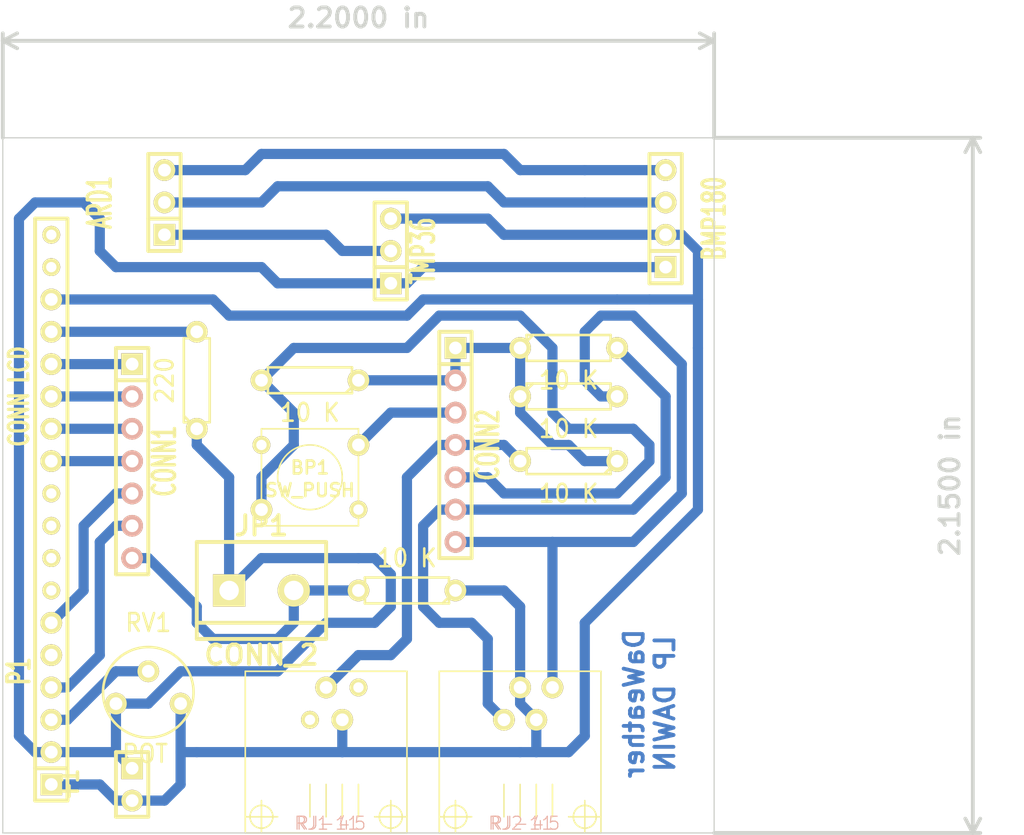
<source format=kicad_pcb>
(kicad_pcb (version 3) (host pcbnew "(2013-07-07 BZR 4022)-stable")

  (general
    (links 43)
    (no_connects 1)
    (area 73.609999 44.140001 157.859999 109.537501)
    (thickness 1.6)
    (drawings 7)
    (tracks 172)
    (zones 0)
    (modules 18)
    (nets 21)
  )

  (page A3)
  (layers
    (15 Dessus.Cu signal)
    (0 Dessous.Cu signal)
    (16 Dessous.Adhes user)
    (17 Dessus.Adhes user)
    (18 Dessous.Pate user)
    (19 Dessus.Pate user)
    (20 Dessous.SilkS user)
    (21 Dessus.SilkS user)
    (22 Dessous.Masque user)
    (23 Dessus.Masque user)
    (24 Dessin.User user)
    (25 Cmts.User user)
    (26 Eco1.User user)
    (27 Eco2.User user)
    (28 Contours.Ci user)
  )

  (setup
    (last_trace_width 0.8)
    (trace_clearance 0.254)
    (zone_clearance 0.508)
    (zone_45_only no)
    (trace_min 0.254)
    (segment_width 0.2)
    (edge_width 0.1)
    (via_size 0.889)
    (via_drill 0.635)
    (via_min_size 0.889)
    (via_min_drill 0.508)
    (uvia_size 0.508)
    (uvia_drill 0.127)
    (uvias_allowed no)
    (uvia_min_size 0.508)
    (uvia_min_drill 0.127)
    (pcb_text_width 0.3)
    (pcb_text_size 1.5 1.5)
    (mod_edge_width 0.15)
    (mod_text_size 1 1)
    (mod_text_width 0.15)
    (pad_size 1.7 1.7)
    (pad_drill 1)
    (pad_to_mask_clearance 0)
    (aux_axis_origin 0 0)
    (visible_elements 7FFFFFFF)
    (pcbplotparams
      (layerselection 3178497)
      (usegerberextensions true)
      (excludeedgelayer true)
      (linewidth 0.150000)
      (plotframeref false)
      (viasonmask false)
      (mode 1)
      (useauxorigin false)
      (hpglpennumber 1)
      (hpglpenspeed 20)
      (hpglpendiameter 15)
      (hpglpenoverlay 2)
      (psnegative false)
      (psa4output false)
      (plotreference true)
      (plotvalue true)
      (plotothertext true)
      (plotinvisibletext false)
      (padsonsilk false)
      (subtractmaskfromsilk false)
      (outputformat 1)
      (mirror false)
      (drillshape 1)
      (scaleselection 1)
      (outputdirectory ""))
  )

  (net 0 "")
  (net 1 N-000001)
  (net 2 N-0000010)
  (net 3 N-0000011)
  (net 4 N-0000012)
  (net 5 N-0000013)
  (net 6 N-0000015)
  (net 7 N-0000016)
  (net 8 N-0000017)
  (net 9 N-0000018)
  (net 10 N-0000019)
  (net 11 N-000002)
  (net 12 N-0000020)
  (net 13 N-0000021)
  (net 14 N-0000022)
  (net 15 N-0000027)
  (net 16 N-000003)
  (net 17 N-000004)
  (net 18 N-000005)
  (net 19 N-000006)
  (net 20 N-000009)

  (net_class Default "Ceci est la Netclass par défaut"
    (clearance 0.254)
    (trace_width 0.8)
    (via_dia 0.889)
    (via_drill 0.635)
    (uvia_dia 0.508)
    (uvia_drill 0.127)
    (add_net "")
    (add_net N-000001)
    (add_net N-0000010)
    (add_net N-0000011)
    (add_net N-0000012)
    (add_net N-0000013)
    (add_net N-0000015)
    (add_net N-0000016)
    (add_net N-0000017)
    (add_net N-0000018)
    (add_net N-0000019)
    (add_net N-000002)
    (add_net N-0000020)
    (add_net N-0000021)
    (add_net N-0000022)
    (add_net N-0000027)
    (add_net N-000003)
    (add_net N-000004)
    (add_net N-000005)
    (add_net N-000006)
    (add_net N-000009)
  )

  (module SW_PUSH_SMALL (layer Dessus.Cu) (tedit 54C9627A) (tstamp 54C90043)
    (at 97.79 81.28)
    (path /54C8C291)
    (fp_text reference BP1 (at 0 -0.762) (layer Dessus.SilkS)
      (effects (font (size 1.016 1.016) (thickness 0.2032)))
    )
    (fp_text value SW_PUSH (at 0 1.016) (layer Dessus.SilkS)
      (effects (font (size 1.016 1.016) (thickness 0.2032)))
    )
    (fp_circle (center 0 0) (end 0 -2.54) (layer Dessus.SilkS) (width 0.127))
    (fp_line (start -3.81 -3.81) (end 3.81 -3.81) (layer Dessus.SilkS) (width 0.127))
    (fp_line (start 3.81 -3.81) (end 3.81 3.81) (layer Dessus.SilkS) (width 0.127))
    (fp_line (start 3.81 3.81) (end -3.81 3.81) (layer Dessus.SilkS) (width 0.127))
    (fp_line (start -3.81 -3.81) (end -3.81 3.81) (layer Dessus.SilkS) (width 0.127))
    (pad 1 thru_hole circle (at 3.81 -2.54) (size 1.7 1.7) (drill 1)
      (layers *.Cu *.Mask Dessus.SilkS)
      (net 18 N-000005)
    )
    (pad 2 thru_hole circle (at 3.81 2.54) (size 1.397 1.397) (drill 0.8128)
      (layers *.Cu *.Mask Dessus.SilkS)
    )
    (pad 1 thru_hole circle (at -3.81 -2.54) (size 1.397 1.397) (drill 0.8128)
      (layers *.Cu *.Mask Dessus.SilkS)
    )
    (pad 2 thru_hole circle (at -3.81 2.54) (size 1.7 1.7) (drill 1)
      (layers *.Cu *.Mask Dessus.SilkS)
      (net 11 N-000002)
    )
  )

  (module SIL-7 (layer Dessus.Cu) (tedit 54C96456) (tstamp 54C90055)
    (at 109.22 78.74 270)
    (descr "Connecteur 7 pins")
    (tags "CONN DEV")
    (path /54C8DBB2)
    (fp_text reference CONN2 (at 0 -2.54 270) (layer Dessus.SilkS)
      (effects (font (size 1.72974 1.08712) (thickness 0.3048)))
    )
    (fp_text value CONN_7 (at 0 2.54 270) (layer Dessus.SilkS) hide
      (effects (font (size 1.524 1.016) (thickness 0.3048)))
    )
    (fp_line (start -8.89 -1.27) (end -8.89 -1.27) (layer Dessus.SilkS) (width 0.3048))
    (fp_line (start -8.89 -1.27) (end 8.89 -1.27) (layer Dessus.SilkS) (width 0.3048))
    (fp_line (start 8.89 -1.27) (end 8.89 1.27) (layer Dessus.SilkS) (width 0.3048))
    (fp_line (start 8.89 1.27) (end -8.89 1.27) (layer Dessus.SilkS) (width 0.3048))
    (fp_line (start -8.89 1.27) (end -8.89 -1.27) (layer Dessus.SilkS) (width 0.3048))
    (fp_line (start -6.35 1.27) (end -6.35 1.27) (layer Dessus.SilkS) (width 0.3048))
    (fp_line (start -6.35 1.27) (end -6.35 -1.27) (layer Dessus.SilkS) (width 0.3048))
    (pad 1 thru_hole rect (at -7.62 0 270) (size 1.7 1.7) (drill 1)
      (layers *.Cu *.Mask Dessus.SilkS)
      (net 10 N-0000019)
    )
    (pad 2 thru_hole circle (at -5.08 0 270) (size 1.7 1.7) (drill 1)
      (layers *.Cu *.SilkS *.Mask)
      (net 10 N-0000019)
    )
    (pad 3 thru_hole circle (at -2.54 0 270) (size 1.7 1.7) (drill 1)
      (layers *.Cu *.SilkS *.Mask)
      (net 18 N-000005)
    )
    (pad 4 thru_hole circle (at 0 0 270) (size 1.7 1.7) (drill 1)
      (layers *.Cu *.SilkS *.Mask)
      (net 17 N-000004)
    )
    (pad 5 thru_hole circle (at 2.54 0 270) (size 1.7 1.7) (drill 1)
      (layers *.Cu *.SilkS *.Mask)
      (net 11 N-000002)
    )
    (pad 6 thru_hole circle (at 5.08 0 270) (size 1.7 1.7) (drill 1)
      (layers *.Cu *.SilkS *.Mask)
      (net 1 N-000001)
    )
    (pad 7 thru_hole circle (at 7.62 0 270) (size 1.7 1.7) (drill 1)
      (layers *.Cu *.SilkS *.Mask)
      (net 16 N-000003)
    )
  )

  (module SIL-7 (layer Dessus.Cu) (tedit 54C962FA) (tstamp 54C90067)
    (at 83.82 80.01 270)
    (descr "Connecteur 7 pins")
    (tags "CONN DEV")
    (path /54C8D248)
    (fp_text reference CONN1 (at 0 -2.54 270) (layer Dessus.SilkS)
      (effects (font (size 1.72974 1.08712) (thickness 0.3048)))
    )
    (fp_text value CONN_7 (at 0 -2.54 270) (layer Dessus.SilkS) hide
      (effects (font (size 1.524 1.016) (thickness 0.3048)))
    )
    (fp_line (start -8.89 -1.27) (end -8.89 -1.27) (layer Dessus.SilkS) (width 0.3048))
    (fp_line (start -8.89 -1.27) (end 8.89 -1.27) (layer Dessus.SilkS) (width 0.3048))
    (fp_line (start 8.89 -1.27) (end 8.89 1.27) (layer Dessus.SilkS) (width 0.3048))
    (fp_line (start 8.89 1.27) (end -8.89 1.27) (layer Dessus.SilkS) (width 0.3048))
    (fp_line (start -8.89 1.27) (end -8.89 -1.27) (layer Dessus.SilkS) (width 0.3048))
    (fp_line (start -6.35 1.27) (end -6.35 1.27) (layer Dessus.SilkS) (width 0.3048))
    (fp_line (start -6.35 1.27) (end -6.35 -1.27) (layer Dessus.SilkS) (width 0.3048))
    (pad 1 thru_hole rect (at -7.62 0 270) (size 1.7 1.7) (drill 1)
      (layers *.Cu *.Mask Dessus.SilkS)
      (net 7 N-0000016)
    )
    (pad 2 thru_hole circle (at -5.08 0 270) (size 1.7 1.7) (drill 1)
      (layers *.Cu *.SilkS *.Mask)
      (net 8 N-0000017)
    )
    (pad 3 thru_hole circle (at -2.54 0 270) (size 1.7 1.7) (drill 1)
      (layers *.Cu *.SilkS *.Mask)
      (net 15 N-0000027)
    )
    (pad 4 thru_hole circle (at 0 0 270) (size 1.7 1.7) (drill 1)
      (layers *.Cu *.SilkS *.Mask)
      (net 9 N-0000018)
    )
    (pad 5 thru_hole circle (at 2.54 0 270) (size 1.7 1.7) (drill 1)
      (layers *.Cu *.SilkS *.Mask)
      (net 14 N-0000022)
    )
    (pad 6 thru_hole circle (at 5.08 0 270) (size 1.7 1.7) (drill 1)
      (layers *.Cu *.SilkS *.Mask)
      (net 4 N-0000012)
    )
    (pad 7 thru_hole circle (at 7.62 0 270) (size 1.7 1.7) (drill 1)
      (layers *.Cu *.SilkS *.Mask)
      (net 6 N-0000015)
    )
  )

  (module SIL-4 (layer Dessus.Cu) (tedit 54C961F0) (tstamp 54C90076)
    (at 125.73 60.96 90)
    (descr "Connecteur 4 pibs")
    (tags "CONN DEV")
    (path /54C8F200)
    (fp_text reference BMP180 (at 0 3.81 90) (layer Dessus.SilkS)
      (effects (font (size 1.73482 1.08712) (thickness 0.3048)))
    )
    (fp_text value CONN_4 (at 0 -2.54 90) (layer Dessus.SilkS) hide
      (effects (font (size 1.524 1.016) (thickness 0.3048)))
    )
    (fp_line (start -5.08 -1.27) (end -5.08 -1.27) (layer Dessus.SilkS) (width 0.3048))
    (fp_line (start -5.08 1.27) (end -5.08 -1.27) (layer Dessus.SilkS) (width 0.3048))
    (fp_line (start -5.08 -1.27) (end -5.08 -1.27) (layer Dessus.SilkS) (width 0.3048))
    (fp_line (start -5.08 -1.27) (end 5.08 -1.27) (layer Dessus.SilkS) (width 0.3048))
    (fp_line (start 5.08 -1.27) (end 5.08 1.27) (layer Dessus.SilkS) (width 0.3048))
    (fp_line (start 5.08 1.27) (end -5.08 1.27) (layer Dessus.SilkS) (width 0.3048))
    (fp_line (start -2.54 1.27) (end -2.54 -1.27) (layer Dessus.SilkS) (width 0.3048))
    (pad 1 thru_hole rect (at -3.81 0 90) (size 1.7 1.7) (drill 1)
      (layers *.Cu *.Mask Dessus.SilkS)
      (net 19 N-000006)
    )
    (pad 2 thru_hole circle (at -1.27 0 90) (size 1.7 1.7) (drill 1)
      (layers *.Cu *.Mask Dessus.SilkS)
      (net 13 N-0000021)
    )
    (pad 3 thru_hole circle (at 1.27 0 90) (size 1.7 1.7) (drill 1)
      (layers *.Cu *.Mask Dessus.SilkS)
      (net 2 N-0000010)
    )
    (pad 4 thru_hole circle (at 3.81 0 90) (size 1.7 1.7) (drill 1)
      (layers *.Cu *.Mask Dessus.SilkS)
      (net 3 N-0000011)
    )
  )

  (module SIL-3 (layer Dessus.Cu) (tedit 54C96230) (tstamp 54C90082)
    (at 86.36 59.69 90)
    (descr "Connecteur 3 pins")
    (tags "CONN DEV")
    (path /54C8EE3C)
    (fp_text reference ARD1 (at 0 -5.08 90) (layer Dessus.SilkS)
      (effects (font (size 1.7907 1.07696) (thickness 0.3048)))
    )
    (fp_text value CONN_3 (at 0 -2.54 90) (layer Dessus.SilkS) hide
      (effects (font (size 1.524 1.016) (thickness 0.3048)))
    )
    (fp_line (start -3.81 1.27) (end -3.81 -1.27) (layer Dessus.SilkS) (width 0.3048))
    (fp_line (start -3.81 -1.27) (end 3.81 -1.27) (layer Dessus.SilkS) (width 0.3048))
    (fp_line (start 3.81 -1.27) (end 3.81 1.27) (layer Dessus.SilkS) (width 0.3048))
    (fp_line (start 3.81 1.27) (end -3.81 1.27) (layer Dessus.SilkS) (width 0.3048))
    (fp_line (start -1.27 -1.27) (end -1.27 1.27) (layer Dessus.SilkS) (width 0.3048))
    (pad 1 thru_hole rect (at -2.54 0 90) (size 1.7 1.7) (drill 1)
      (layers *.Cu *.Mask Dessus.SilkS)
      (net 20 N-000009)
    )
    (pad 2 thru_hole circle (at 0 0 90) (size 1.7 1.7) (drill 1)
      (layers *.Cu *.Mask Dessus.SilkS)
      (net 2 N-0000010)
    )
    (pad 3 thru_hole circle (at 2.54 0 90) (size 1.7 1.7) (drill 1)
      (layers *.Cu *.Mask Dessus.SilkS)
      (net 3 N-0000011)
    )
  )

  (module SIL-3 (layer Dessus.Cu) (tedit 54C96211) (tstamp 54C94F19)
    (at 104.14 63.5 90)
    (descr "Connecteur 3 pins")
    (tags "CONN DEV")
    (path /54C8ECC3)
    (fp_text reference TMP36 (at 0 2.54 90) (layer Dessus.SilkS)
      (effects (font (size 1.7907 1.07696) (thickness 0.3048)))
    )
    (fp_text value CONN_3 (at 0 -2.54 90) (layer Dessus.SilkS) hide
      (effects (font (size 1.524 1.016) (thickness 0.3048)))
    )
    (fp_line (start -3.81 1.27) (end -3.81 -1.27) (layer Dessus.SilkS) (width 0.3048))
    (fp_line (start -3.81 -1.27) (end 3.81 -1.27) (layer Dessus.SilkS) (width 0.3048))
    (fp_line (start 3.81 -1.27) (end 3.81 1.27) (layer Dessus.SilkS) (width 0.3048))
    (fp_line (start 3.81 1.27) (end -3.81 1.27) (layer Dessus.SilkS) (width 0.3048))
    (fp_line (start -1.27 -1.27) (end -1.27 1.27) (layer Dessus.SilkS) (width 0.3048))
    (pad 1 thru_hole rect (at -2.54 0 90) (size 1.7 1.7) (drill 1)
      (layers *.Cu *.Mask Dessus.SilkS)
      (net 19 N-000006)
    )
    (pad 2 thru_hole circle (at 0 0 90) (size 1.7 1.7) (drill 1)
      (layers *.Cu *.Mask Dessus.SilkS)
      (net 20 N-000009)
    )
    (pad 3 thru_hole circle (at 2.54 0 90) (size 1.7 1.7) (drill 1)
      (layers *.Cu *.Mask Dessus.SilkS)
      (net 13 N-0000021)
    )
  )

  (module SIL-2 (layer Dessus.Cu) (tedit 54C963B1) (tstamp 54C90098)
    (at 83.82 105.41 270)
    (descr "Connecteurs 2 pins")
    (tags "CONN DEV")
    (path /54C8D258)
    (fp_text reference +1 (at 0 5.08 270) (layer Dessus.SilkS)
      (effects (font (size 1.72974 1.08712) (thickness 0.3048)))
    )
    (fp_text value CONN_2 (at 0 -2.54 270) (layer Dessus.SilkS) hide
      (effects (font (size 1.524 1.016) (thickness 0.3048)))
    )
    (fp_line (start -2.54 1.27) (end -2.54 -1.27) (layer Dessus.SilkS) (width 0.3048))
    (fp_line (start -2.54 -1.27) (end 2.54 -1.27) (layer Dessus.SilkS) (width 0.3048))
    (fp_line (start 2.54 -1.27) (end 2.54 1.27) (layer Dessus.SilkS) (width 0.3048))
    (fp_line (start 2.54 1.27) (end -2.54 1.27) (layer Dessus.SilkS) (width 0.3048))
    (pad 1 thru_hole rect (at -1.27 0 270) (size 1.7 1.7) (drill 1)
      (layers *.Cu *.Mask Dessus.SilkS)
      (net 19 N-000006)
    )
    (pad 2 thru_hole circle (at 1.27 0 270) (size 1.7 1.7) (drill 1)
      (layers *.Cu *.Mask Dessus.SilkS)
      (net 13 N-0000021)
    )
  )

  (module SIL-18 (layer Dessus.Cu) (tedit 54C96333) (tstamp 54C94F35)
    (at 77.47 83.82 90)
    (descr "Connecteur 18 pins")
    (tags "CONN DEV")
    (path /54C8CFEE)
    (fp_text reference P1 (at -12.7 -2.54 90) (layer Dessus.SilkS)
      (effects (font (size 1.72974 1.08712) (thickness 0.3048)))
    )
    (fp_text value "CONN LCD" (at 8.89 -2.54 90) (layer Dessus.SilkS)
      (effects (font (size 1.524 1.016) (thickness 0.3048)))
    )
    (fp_line (start -22.86 -1.27) (end 22.86 -1.27) (layer Dessus.SilkS) (width 0.3048))
    (fp_line (start 22.86 -1.27) (end 22.86 1.27) (layer Dessus.SilkS) (width 0.3048))
    (fp_line (start 22.86 1.27) (end -22.86 1.27) (layer Dessus.SilkS) (width 0.3048))
    (fp_line (start -22.86 1.27) (end -22.86 -1.27) (layer Dessus.SilkS) (width 0.3048))
    (fp_line (start -20.32 -1.27) (end -20.32 1.27) (layer Dessus.SilkS) (width 0.3048))
    (pad 1 thru_hole rect (at -21.59 0 90) (size 1.7 1.7) (drill 1)
      (layers *.Cu *.Mask Dessus.SilkS)
      (net 13 N-0000021)
    )
    (pad 2 thru_hole circle (at -19.05 0 90) (size 1.7 1.7) (drill 1)
      (layers *.Cu *.Mask Dessus.SilkS)
      (net 19 N-000006)
    )
    (pad 3 thru_hole circle (at -16.51 0 90) (size 1.7 1.7) (drill 1)
      (layers *.Cu *.Mask Dessus.SilkS)
      (net 12 N-0000020)
    )
    (pad 4 thru_hole circle (at -13.97 0 90) (size 1.7 1.7) (drill 1)
      (layers *.Cu *.Mask Dessus.SilkS)
      (net 4 N-0000012)
    )
    (pad 5 thru_hole circle (at -11.43 0 90) (size 1.7 1.7) (drill 1)
      (layers *.Cu *.Mask Dessus.SilkS)
      (net 13 N-0000021)
    )
    (pad 6 thru_hole circle (at -8.89 0 90) (size 1.7 1.7) (drill 1)
      (layers *.Cu *.Mask Dessus.SilkS)
      (net 14 N-0000022)
    )
    (pad 7 thru_hole circle (at -6.35 0 90) (size 1.397 1.397) (drill 0.8128)
      (layers *.Cu *.Mask Dessus.SilkS)
    )
    (pad 8 thru_hole circle (at -3.81 0 90) (size 1.397 1.397) (drill 0.8128)
      (layers *.Cu *.Mask Dessus.SilkS)
    )
    (pad 9 thru_hole circle (at -1.27 0 90) (size 1.397 1.397) (drill 0.8128)
      (layers *.Cu *.Mask Dessus.SilkS)
    )
    (pad 10 thru_hole circle (at 1.27 0 90) (size 1.397 1.397) (drill 0.8128)
      (layers *.Cu *.Mask Dessus.SilkS)
    )
    (pad 11 thru_hole circle (at 3.81 0 90) (size 1.7 1.7) (drill 1)
      (layers *.Cu *.Mask Dessus.SilkS)
      (net 9 N-0000018)
    )
    (pad 12 thru_hole circle (at 6.35 0 90) (size 1.7 1.7) (drill 1)
      (layers *.Cu *.Mask Dessus.SilkS)
      (net 15 N-0000027)
    )
    (pad 13 thru_hole circle (at 8.89 0 90) (size 1.7 1.7) (drill 1)
      (layers *.Cu *.Mask Dessus.SilkS)
      (net 8 N-0000017)
    )
    (pad 14 thru_hole circle (at 11.43 0 90) (size 1.7 1.7) (drill 1)
      (layers *.Cu *.Mask Dessus.SilkS)
      (net 7 N-0000016)
    )
    (pad 15 thru_hole circle (at 13.97 0 90) (size 1.7 1.7) (drill 1)
      (layers *.Cu *.Mask Dessus.SilkS)
      (net 5 N-0000013)
    )
    (pad 16 thru_hole circle (at 16.51 0 90) (size 1.7 1.7) (drill 1)
      (layers *.Cu *.Mask Dessus.SilkS)
      (net 13 N-0000021)
    )
    (pad 17 thru_hole circle (at 19.05 0 90) (size 1.397 1.397) (drill 0.8128)
      (layers *.Cu *.Mask Dessus.SilkS)
    )
    (pad 18 thru_hole circle (at 21.59 0 90) (size 1.397 1.397) (drill 0.8128)
      (layers *.Cu *.Mask Dessus.SilkS)
    )
  )

  (module scenix4-RJ-11 (layer Dessus.Cu) (tedit 54C963C7) (tstamp 54C900CB)
    (at 99.06 101.6 180)
    (path /54C8FB85)
    (attr virtual)
    (fp_text reference RJ1 (at 1.143 -6.858 180) (layer Dessous.SilkS)
      (effects (font (size 1.016 1.016) (thickness 0.0889)))
    )
    (fp_text value RJ-11 (at -0.127 -6.858 180) (layer Dessous.SilkS)
      (effects (font (size 1.016 1.016) (thickness 0.0889)))
    )
    (fp_line (start -2.54 -6.35) (end -2.54 -3.81) (layer Dessus.SilkS) (width 0.127))
    (fp_line (start -1.27 -6.35) (end -1.27 -3.81) (layer Dessus.SilkS) (width 0.127))
    (fp_line (start 0 -6.35) (end 0 -3.81) (layer Dessus.SilkS) (width 0.127))
    (fp_line (start 1.27 -6.35) (end 1.27 -3.81) (layer Dessus.SilkS) (width 0.127))
    (fp_line (start -6.35 -7.62) (end 6.35 -7.62) (layer Dessus.SilkS) (width 0.127))
    (fp_line (start 6.35 -7.62) (end 6.35 5.08) (layer Dessus.SilkS) (width 0.127))
    (fp_line (start 6.35 5.08) (end -6.35 5.08) (layer Dessus.SilkS) (width 0.127))
    (fp_line (start -6.35 5.08) (end -6.35 -7.62) (layer Dessus.SilkS) (width 0.127))
    (fp_circle (center -5.08 -6.35) (end -5.715 -6.985) (layer Dessus.SilkS) (width 0.127))
    (fp_line (start -6.35 -6.35) (end -3.81 -6.35) (layer Dessus.SilkS) (width 0.127))
    (fp_line (start -5.08 -5.08) (end -5.08 -7.62) (layer Dessus.SilkS) (width 0.127))
    (fp_circle (center 5.08 -6.35) (end 5.715 -6.985) (layer Dessus.SilkS) (width 0.127))
    (fp_line (start 3.81 -6.35) (end 6.35 -6.35) (layer Dessus.SilkS) (width 0.127))
    (fp_line (start 5.08 -5.08) (end 5.08 -7.62) (layer Dessus.SilkS) (width 0.127))
    (fp_text user 4 (at -1.397 -6.858 180) (layer Dessous.SilkS)
      (effects (font (size 1.016 1.016) (thickness 0.0889)))
    )
    (fp_text user 5 (at -2.667 -6.858 180) (layer Dessous.SilkS)
      (effects (font (size 1.016 1.016) (thickness 0.0889)))
    )
    (pad 2 thru_hole circle (at 1.27 1.27 180) (size 1.397 1.397) (drill 0.8128)
      (layers *.Cu Dessus.Pate Dessus.SilkS Dessus.Masque)
    )
    (pad 3 thru_hole circle (at 0 3.81 180) (size 1.7 1.7) (drill 1)
      (layers *.Cu Dessus.Pate Dessus.SilkS Dessus.Masque)
      (net 17 N-000004)
    )
    (pad 4 thru_hole circle (at -1.27 1.27 180) (size 1.7 1.7) (drill 1)
      (layers *.Cu Dessus.Pate Dessus.SilkS Dessus.Masque)
      (net 13 N-0000021)
    )
    (pad 5 thru_hole circle (at -2.54 3.81 180) (size 1.397 1.397) (drill 0.8128)
      (layers *.Cu Dessus.Pate Dessus.SilkS Dessus.Masque)
    )
  )

  (module scenix4-RJ-11 (layer Dessus.Cu) (tedit 54C96401) (tstamp 54C900E3)
    (at 114.3 101.6 180)
    (path /54C8C2DD)
    (attr virtual)
    (fp_text reference RJ2 (at 1.143 -6.858 180) (layer Dessous.SilkS)
      (effects (font (size 1.016 1.016) (thickness 0.0889)))
    )
    (fp_text value RJ-11 (at -0.127 -6.858 180) (layer Dessous.SilkS)
      (effects (font (size 1.016 1.016) (thickness 0.0889)))
    )
    (fp_line (start -2.54 -6.35) (end -2.54 -3.81) (layer Dessus.SilkS) (width 0.127))
    (fp_line (start -1.27 -6.35) (end -1.27 -3.81) (layer Dessus.SilkS) (width 0.127))
    (fp_line (start 0 -6.35) (end 0 -3.81) (layer Dessus.SilkS) (width 0.127))
    (fp_line (start 1.27 -6.35) (end 1.27 -3.81) (layer Dessus.SilkS) (width 0.127))
    (fp_line (start -6.35 -7.62) (end 6.35 -7.62) (layer Dessus.SilkS) (width 0.127))
    (fp_line (start 6.35 -7.62) (end 6.35 5.08) (layer Dessus.SilkS) (width 0.127))
    (fp_line (start 6.35 5.08) (end -6.35 5.08) (layer Dessus.SilkS) (width 0.127))
    (fp_line (start -6.35 5.08) (end -6.35 -7.62) (layer Dessus.SilkS) (width 0.127))
    (fp_circle (center -5.08 -6.35) (end -5.715 -6.985) (layer Dessus.SilkS) (width 0.127))
    (fp_line (start -6.35 -6.35) (end -3.81 -6.35) (layer Dessus.SilkS) (width 0.127))
    (fp_line (start -5.08 -5.08) (end -5.08 -7.62) (layer Dessus.SilkS) (width 0.127))
    (fp_circle (center 5.08 -6.35) (end 5.715 -6.985) (layer Dessus.SilkS) (width 0.127))
    (fp_line (start 3.81 -6.35) (end 6.35 -6.35) (layer Dessus.SilkS) (width 0.127))
    (fp_line (start 5.08 -5.08) (end 5.08 -7.62) (layer Dessus.SilkS) (width 0.127))
    (fp_text user 4 (at -1.397 -6.858 180) (layer Dessous.SilkS)
      (effects (font (size 1.016 1.016) (thickness 0.0889)))
    )
    (fp_text user 5 (at -2.667 -6.858 180) (layer Dessous.SilkS)
      (effects (font (size 1.016 1.016) (thickness 0.0889)))
    )
    (pad 2 thru_hole circle (at 1.27 1.27 180) (size 1.7 1.7) (drill 1)
      (layers *.Cu Dessus.Pate Dessus.SilkS Dessus.Masque)
      (net 1 N-000001)
    )
    (pad 3 thru_hole circle (at 0 3.81 180) (size 1.7 1.7) (drill 1)
      (layers *.Cu Dessus.Pate Dessus.SilkS Dessus.Masque)
      (net 13 N-0000021)
    )
    (pad 4 thru_hole circle (at -1.27 1.27 180) (size 1.7 1.7) (drill 1)
      (layers *.Cu Dessus.Pate Dessus.SilkS Dessus.Masque)
      (net 13 N-0000021)
    )
    (pad 5 thru_hole circle (at -2.54 3.81 180) (size 1.7 1.7) (drill 1)
      (layers *.Cu Dessus.Pate Dessus.SilkS Dessus.Masque)
      (net 16 N-000003)
    )
  )

  (module RV2 (layer Dessus.Cu) (tedit 54C96351) (tstamp 54C900EB)
    (at 85.09 97.79)
    (descr "Resistance variable / potentiometre")
    (tags R)
    (path /54C8F4AF)
    (autoplace_cost90 10)
    (autoplace_cost180 10)
    (fp_text reference RV1 (at 0 -5.08) (layer Dessus.SilkS)
      (effects (font (size 1.397 1.27) (thickness 0.2032)))
    )
    (fp_text value POT (at -0.254 5.207) (layer Dessus.SilkS)
      (effects (font (size 1.397 1.27) (thickness 0.2032)))
    )
    (fp_circle (center 0 0.381) (end 0 -3.175) (layer Dessus.SilkS) (width 0.2032))
    (pad 1 thru_hole circle (at -2.54 1.27) (size 1.7 1.7) (drill 1)
      (layers *.Cu *.Mask Dessus.SilkS)
      (net 19 N-000006)
    )
    (pad 2 thru_hole circle (at 0 -1.27) (size 1.7 1.7) (drill 1)
      (layers *.Cu *.Mask Dessus.SilkS)
      (net 12 N-0000020)
    )
    (pad 3 thru_hole circle (at 2.54 1.27) (size 1.7 1.7) (drill 1)
      (layers *.Cu *.Mask Dessus.SilkS)
      (net 13 N-0000021)
    )
    (model discret/adjustable_rx2.wrl
      (at (xyz 0 0 0))
      (scale (xyz 1 1 1))
      (rotate (xyz 0 0 0))
    )
  )

  (module R3 (layer Dessus.Cu) (tedit 54C96248) (tstamp 54C900F9)
    (at 88.9 73.66 90)
    (descr "Resitance 3 pas")
    (tags R)
    (path /54C8D0E6)
    (autoplace_cost180 10)
    (fp_text reference R6 (at 0 0.127 90) (layer Dessus.SilkS) hide
      (effects (font (size 1.397 1.27) (thickness 0.2032)))
    )
    (fp_text value 220 (at 0 -2.54 90) (layer Dessus.SilkS)
      (effects (font (size 1.397 1.27) (thickness 0.2032)))
    )
    (fp_line (start -3.81 0) (end -3.302 0) (layer Dessus.SilkS) (width 0.2032))
    (fp_line (start 3.81 0) (end 3.302 0) (layer Dessus.SilkS) (width 0.2032))
    (fp_line (start 3.302 0) (end 3.302 -1.016) (layer Dessus.SilkS) (width 0.2032))
    (fp_line (start 3.302 -1.016) (end -3.302 -1.016) (layer Dessus.SilkS) (width 0.2032))
    (fp_line (start -3.302 -1.016) (end -3.302 1.016) (layer Dessus.SilkS) (width 0.2032))
    (fp_line (start -3.302 1.016) (end 3.302 1.016) (layer Dessus.SilkS) (width 0.2032))
    (fp_line (start 3.302 1.016) (end 3.302 0) (layer Dessus.SilkS) (width 0.2032))
    (fp_line (start -3.302 -0.508) (end -2.794 -1.016) (layer Dessus.SilkS) (width 0.2032))
    (pad 1 thru_hole circle (at -3.81 0 90) (size 1.7 1.7) (drill 1)
      (layers *.Cu *.Mask Dessus.SilkS)
      (net 19 N-000006)
    )
    (pad 2 thru_hole circle (at 3.81 0 90) (size 1.7 1.7) (drill 1)
      (layers *.Cu *.Mask Dessus.SilkS)
      (net 5 N-0000013)
    )
    (model discret/resistor.wrl
      (at (xyz 0 0 0))
      (scale (xyz 0.3 0.3 0.3))
      (rotate (xyz 0 0 0))
    )
  )

  (module R3 (layer Dessus.Cu) (tedit 54C963D6) (tstamp 54C90107)
    (at 105.41 90.17 180)
    (descr "Resitance 3 pas")
    (tags R)
    (path /54C8D08F)
    (autoplace_cost180 10)
    (fp_text reference R5 (at 0 0.127 180) (layer Dessus.SilkS) hide
      (effects (font (size 1.397 1.27) (thickness 0.2032)))
    )
    (fp_text value "10 K" (at 0 2.54 180) (layer Dessus.SilkS)
      (effects (font (size 1.397 1.27) (thickness 0.2032)))
    )
    (fp_line (start -3.81 0) (end -3.302 0) (layer Dessus.SilkS) (width 0.2032))
    (fp_line (start 3.81 0) (end 3.302 0) (layer Dessus.SilkS) (width 0.2032))
    (fp_line (start 3.302 0) (end 3.302 -1.016) (layer Dessus.SilkS) (width 0.2032))
    (fp_line (start 3.302 -1.016) (end -3.302 -1.016) (layer Dessus.SilkS) (width 0.2032))
    (fp_line (start -3.302 -1.016) (end -3.302 1.016) (layer Dessus.SilkS) (width 0.2032))
    (fp_line (start -3.302 1.016) (end 3.302 1.016) (layer Dessus.SilkS) (width 0.2032))
    (fp_line (start 3.302 1.016) (end 3.302 0) (layer Dessus.SilkS) (width 0.2032))
    (fp_line (start -3.302 -0.508) (end -2.794 -1.016) (layer Dessus.SilkS) (width 0.2032))
    (pad 1 thru_hole circle (at -3.81 0 180) (size 1.7 1.7) (drill 1)
      (layers *.Cu *.Mask Dessus.SilkS)
      (net 13 N-0000021)
    )
    (pad 2 thru_hole circle (at 3.81 0 180) (size 1.7 1.7) (drill 1)
      (layers *.Cu *.Mask Dessus.SilkS)
      (net 6 N-0000015)
    )
    (model discret/resistor.wrl
      (at (xyz 0 0 0))
      (scale (xyz 0.3 0.3 0.3))
      (rotate (xyz 0 0 0))
    )
  )

  (module R3 (layer Dessus.Cu) (tedit 54C9648A) (tstamp 54C90115)
    (at 118.11 74.93)
    (descr "Resitance 3 pas")
    (tags R)
    (path /54C8B44B)
    (autoplace_cost180 10)
    (fp_text reference R4 (at 0 0.127) (layer Dessus.SilkS) hide
      (effects (font (size 1.397 1.27) (thickness 0.2032)))
    )
    (fp_text value "10 K" (at 0 2.54) (layer Dessus.SilkS)
      (effects (font (size 1.397 1.27) (thickness 0.2032)))
    )
    (fp_line (start -3.81 0) (end -3.302 0) (layer Dessus.SilkS) (width 0.2032))
    (fp_line (start 3.81 0) (end 3.302 0) (layer Dessus.SilkS) (width 0.2032))
    (fp_line (start 3.302 0) (end 3.302 -1.016) (layer Dessus.SilkS) (width 0.2032))
    (fp_line (start 3.302 -1.016) (end -3.302 -1.016) (layer Dessus.SilkS) (width 0.2032))
    (fp_line (start -3.302 -1.016) (end -3.302 1.016) (layer Dessus.SilkS) (width 0.2032))
    (fp_line (start -3.302 1.016) (end 3.302 1.016) (layer Dessus.SilkS) (width 0.2032))
    (fp_line (start 3.302 1.016) (end 3.302 0) (layer Dessus.SilkS) (width 0.2032))
    (fp_line (start -3.302 -0.508) (end -2.794 -1.016) (layer Dessus.SilkS) (width 0.2032))
    (pad 1 thru_hole circle (at -3.81 0) (size 1.7 1.7) (drill 1)
      (layers *.Cu *.Mask Dessus.SilkS)
      (net 10 N-0000019)
    )
    (pad 2 thru_hole circle (at 3.81 0) (size 1.7 1.7) (drill 1)
      (layers *.Cu *.Mask Dessus.SilkS)
      (net 16 N-000003)
    )
    (model discret/resistor.wrl
      (at (xyz 0 0 0))
      (scale (xyz 0.3 0.3 0.3))
      (rotate (xyz 0 0 0))
    )
  )

  (module R3 (layer Dessus.Cu) (tedit 54C96482) (tstamp 54C90123)
    (at 118.11 71.12)
    (descr "Resitance 3 pas")
    (tags R)
    (path /54C8B43C)
    (autoplace_cost180 10)
    (fp_text reference R3 (at 0 0.127) (layer Dessus.SilkS) hide
      (effects (font (size 1.397 1.27) (thickness 0.2032)))
    )
    (fp_text value "10 K" (at 0 2.54) (layer Dessus.SilkS)
      (effects (font (size 1.397 1.27) (thickness 0.2032)))
    )
    (fp_line (start -3.81 0) (end -3.302 0) (layer Dessus.SilkS) (width 0.2032))
    (fp_line (start 3.81 0) (end 3.302 0) (layer Dessus.SilkS) (width 0.2032))
    (fp_line (start 3.302 0) (end 3.302 -1.016) (layer Dessus.SilkS) (width 0.2032))
    (fp_line (start 3.302 -1.016) (end -3.302 -1.016) (layer Dessus.SilkS) (width 0.2032))
    (fp_line (start -3.302 -1.016) (end -3.302 1.016) (layer Dessus.SilkS) (width 0.2032))
    (fp_line (start -3.302 1.016) (end 3.302 1.016) (layer Dessus.SilkS) (width 0.2032))
    (fp_line (start 3.302 1.016) (end 3.302 0) (layer Dessus.SilkS) (width 0.2032))
    (fp_line (start -3.302 -0.508) (end -2.794 -1.016) (layer Dessus.SilkS) (width 0.2032))
    (pad 1 thru_hole circle (at -3.81 0) (size 1.7 1.7) (drill 1)
      (layers *.Cu *.Mask Dessus.SilkS)
      (net 10 N-0000019)
    )
    (pad 2 thru_hole circle (at 3.81 0) (size 1.7 1.7) (drill 1)
      (layers *.Cu *.Mask Dessus.SilkS)
      (net 1 N-000001)
    )
    (model discret/resistor.wrl
      (at (xyz 0 0 0))
      (scale (xyz 0.3 0.3 0.3))
      (rotate (xyz 0 0 0))
    )
  )

  (module R3 (layer Dessus.Cu) (tedit 54C96463) (tstamp 54C90131)
    (at 118.11 80.01 180)
    (descr "Resitance 3 pas")
    (tags R)
    (path /54C8B42D)
    (autoplace_cost180 10)
    (fp_text reference R2 (at 0 0.127 180) (layer Dessus.SilkS) hide
      (effects (font (size 1.397 1.27) (thickness 0.2032)))
    )
    (fp_text value "10 K" (at 0 -2.54 180) (layer Dessus.SilkS)
      (effects (font (size 1.397 1.27) (thickness 0.2032)))
    )
    (fp_line (start -3.81 0) (end -3.302 0) (layer Dessus.SilkS) (width 0.2032))
    (fp_line (start 3.81 0) (end 3.302 0) (layer Dessus.SilkS) (width 0.2032))
    (fp_line (start 3.302 0) (end 3.302 -1.016) (layer Dessus.SilkS) (width 0.2032))
    (fp_line (start 3.302 -1.016) (end -3.302 -1.016) (layer Dessus.SilkS) (width 0.2032))
    (fp_line (start -3.302 -1.016) (end -3.302 1.016) (layer Dessus.SilkS) (width 0.2032))
    (fp_line (start -3.302 1.016) (end 3.302 1.016) (layer Dessus.SilkS) (width 0.2032))
    (fp_line (start 3.302 1.016) (end 3.302 0) (layer Dessus.SilkS) (width 0.2032))
    (fp_line (start -3.302 -0.508) (end -2.794 -1.016) (layer Dessus.SilkS) (width 0.2032))
    (pad 1 thru_hole circle (at -3.81 0 180) (size 1.7 1.7) (drill 1)
      (layers *.Cu *.Mask Dessus.SilkS)
      (net 10 N-0000019)
    )
    (pad 2 thru_hole circle (at 3.81 0 180) (size 1.7 1.7) (drill 1)
      (layers *.Cu *.Mask Dessus.SilkS)
      (net 17 N-000004)
    )
    (model discret/resistor.wrl
      (at (xyz 0 0 0))
      (scale (xyz 0.3 0.3 0.3))
      (rotate (xyz 0 0 0))
    )
  )

  (module R3 (layer Dessus.Cu) (tedit 54C9625C) (tstamp 54C9013F)
    (at 97.79 73.66 180)
    (descr "Resitance 3 pas")
    (tags R)
    (path /54C8B41E)
    (autoplace_cost180 10)
    (fp_text reference R1 (at 0 0.127 180) (layer Dessus.SilkS) hide
      (effects (font (size 1.397 1.27) (thickness 0.2032)))
    )
    (fp_text value "10 K" (at 0 -2.54 180) (layer Dessus.SilkS)
      (effects (font (size 1.397 1.27) (thickness 0.2032)))
    )
    (fp_line (start -3.81 0) (end -3.302 0) (layer Dessus.SilkS) (width 0.2032))
    (fp_line (start 3.81 0) (end 3.302 0) (layer Dessus.SilkS) (width 0.2032))
    (fp_line (start 3.302 0) (end 3.302 -1.016) (layer Dessus.SilkS) (width 0.2032))
    (fp_line (start 3.302 -1.016) (end -3.302 -1.016) (layer Dessus.SilkS) (width 0.2032))
    (fp_line (start -3.302 -1.016) (end -3.302 1.016) (layer Dessus.SilkS) (width 0.2032))
    (fp_line (start -3.302 1.016) (end 3.302 1.016) (layer Dessus.SilkS) (width 0.2032))
    (fp_line (start 3.302 1.016) (end 3.302 0) (layer Dessus.SilkS) (width 0.2032))
    (fp_line (start -3.302 -0.508) (end -2.794 -1.016) (layer Dessus.SilkS) (width 0.2032))
    (pad 1 thru_hole circle (at -3.81 0 180) (size 1.7 1.7) (drill 1)
      (layers *.Cu *.Mask Dessus.SilkS)
      (net 10 N-0000019)
    )
    (pad 2 thru_hole circle (at 3.81 0 180) (size 1.7 1.7) (drill 1)
      (layers *.Cu *.Mask Dessus.SilkS)
      (net 11 N-000002)
    )
    (model discret/resistor.wrl
      (at (xyz 0 0 0))
      (scale (xyz 0.3 0.3 0.3))
      (rotate (xyz 0 0 0))
    )
  )

  (module bornier2 (layer Dessus.Cu) (tedit 3EC0ED69) (tstamp 54CA4416)
    (at 93.98 90.17)
    (descr "Bornier d'alimentation 2 pins")
    (tags DEV)
    (path /54C8F7A8)
    (fp_text reference JP1 (at 0 -5.08) (layer Dessus.SilkS)
      (effects (font (size 1.524 1.524) (thickness 0.3048)))
    )
    (fp_text value CONN_2 (at 0 5.08) (layer Dessus.SilkS)
      (effects (font (size 1.524 1.524) (thickness 0.3048)))
    )
    (fp_line (start 5.08 2.54) (end -5.08 2.54) (layer Dessus.SilkS) (width 0.3048))
    (fp_line (start 5.08 3.81) (end 5.08 -3.81) (layer Dessus.SilkS) (width 0.3048))
    (fp_line (start 5.08 -3.81) (end -5.08 -3.81) (layer Dessus.SilkS) (width 0.3048))
    (fp_line (start -5.08 -3.81) (end -5.08 3.81) (layer Dessus.SilkS) (width 0.3048))
    (fp_line (start -5.08 3.81) (end 5.08 3.81) (layer Dessus.SilkS) (width 0.3048))
    (pad 1 thru_hole rect (at -2.54 0) (size 2.54 2.54) (drill 1.524)
      (layers *.Cu *.Mask Dessus.SilkS)
      (net 19 N-000006)
    )
    (pad 2 thru_hole circle (at 2.54 0) (size 2.54 2.54) (drill 1.524)
      (layers *.Cu *.Mask Dessus.SilkS)
      (net 6 N-0000015)
    )
    (model device/bornier_2.wrl
      (at (xyz 0 0 0))
      (scale (xyz 1 1 1))
      (rotate (xyz 0 0 0))
    )
  )

  (gr_text "DaWeather\nLP DAWIN\n" (at 124.46 99.06 90) (layer Dessous.Cu)
    (effects (font (size 1.5 1.5) (thickness 0.3)) (justify mirror))
  )
  (dimension 55.88 (width 0.3) (layer Contours.Ci)
    (gr_text "55,880 mm" (at 101.6 45.640001) (layer Contours.Ci)
      (effects (font (size 1.5 1.5) (thickness 0.3)))
    )
    (feature1 (pts (xy 129.54 54.61) (xy 129.54 44.290001)))
    (feature2 (pts (xy 73.66 54.61) (xy 73.66 44.290001)))
    (crossbar (pts (xy 73.66 46.990001) (xy 129.54 46.990001)))
    (arrow1a (pts (xy 129.54 46.990001) (xy 128.413497 47.576421)))
    (arrow1b (pts (xy 129.54 46.990001) (xy 128.413497 46.403581)))
    (arrow2a (pts (xy 73.66 46.990001) (xy 74.786503 47.576421)))
    (arrow2b (pts (xy 73.66 46.990001) (xy 74.786503 46.403581)))
  )
  (dimension 54.61 (width 0.3) (layer Contours.Ci)
    (gr_text "54,610 mm" (at 151.209999 81.915001 270) (layer Contours.Ci)
      (effects (font (size 1.5 1.5) (thickness 0.3)))
    )
    (feature1 (pts (xy 129.54 109.22) (xy 152.559999 109.220001)))
    (feature2 (pts (xy 129.54 54.61) (xy 152.559999 54.610001)))
    (crossbar (pts (xy 149.859999 54.610001) (xy 149.859999 109.220001)))
    (arrow1a (pts (xy 149.859999 109.220001) (xy 149.273579 108.093498)))
    (arrow1b (pts (xy 149.859999 109.220001) (xy 150.446419 108.093498)))
    (arrow2a (pts (xy 149.859999 54.610001) (xy 149.273579 55.736504)))
    (arrow2b (pts (xy 149.859999 54.610001) (xy 150.446419 55.736504)))
  )
  (gr_line (start 129.54 109.22) (end 129.54 54.61) (angle 90) (layer Contours.Ci) (width 0.1))
  (gr_line (start 73.66 109.22) (end 129.54 109.22) (angle 90) (layer Contours.Ci) (width 0.1))
  (gr_line (start 73.66 54.61) (end 73.66 109.22) (angle 90) (layer Contours.Ci) (width 0.1))
  (gr_line (start 73.66 54.61) (end 129.54 54.61) (angle 90) (layer Contours.Ci) (width 0.1))

  (segment (start 109.22 83.82) (end 107.95 83.82) (width 0.8) (layer Dessous.Cu) (net 1))
  (segment (start 111.76 99.06) (end 113.03 100.33) (width 0.8) (layer Dessous.Cu) (net 1) (tstamp 54CA4452))
  (segment (start 111.76 93.98) (end 111.76 99.06) (width 0.8) (layer Dessous.Cu) (net 1) (tstamp 54CA4451))
  (segment (start 110.49 92.71) (end 111.76 93.98) (width 0.8) (layer Dessous.Cu) (net 1) (tstamp 54CA4450))
  (segment (start 107.95 92.71) (end 110.49 92.71) (width 0.8) (layer Dessous.Cu) (net 1) (tstamp 54CA444F))
  (segment (start 106.68 91.44) (end 107.95 92.71) (width 0.8) (layer Dessous.Cu) (net 1) (tstamp 54CA444E))
  (segment (start 106.68 85.09) (end 106.68 91.44) (width 0.8) (layer Dessous.Cu) (net 1) (tstamp 54CA444D))
  (segment (start 107.95 83.82) (end 106.68 85.09) (width 0.8) (layer Dessous.Cu) (net 1) (tstamp 54CA444C))
  (segment (start 109.22 83.82) (end 123.19 83.82) (width 0.8) (layer Dessous.Cu) (net 1) (status 10))
  (segment (start 125.73 74.93) (end 121.92 71.12) (width 0.8) (layer Dessous.Cu) (net 1) (tstamp 54C95A04) (status 20))
  (segment (start 125.73 81.28) (end 125.73 74.93) (width 0.8) (layer Dessous.Cu) (net 1) (tstamp 54C95A03))
  (segment (start 123.19 83.82) (end 125.73 81.28) (width 0.8) (layer Dessous.Cu) (net 1) (tstamp 54C959FF))
  (segment (start 125.73 59.69) (end 119.38 59.69) (width 0.8) (layer Dessous.Cu) (net 2))
  (segment (start 113.03 59.69) (end 119.38 59.69) (width 0.8) (layer Dessous.Cu) (net 2) (tstamp 54C94E4A) (status 20))
  (segment (start 111.76 58.42) (end 113.03 59.69) (width 0.8) (layer Dessous.Cu) (net 2) (tstamp 54C94E49))
  (segment (start 95.25 58.42) (end 111.76 58.42) (width 0.8) (layer Dessous.Cu) (net 2) (tstamp 54C94E48))
  (segment (start 93.98 59.69) (end 95.25 58.42) (width 0.8) (layer Dessous.Cu) (net 2) (tstamp 54C94E47))
  (segment (start 93.98 59.69) (end 86.36 59.69) (width 0.8) (layer Dessous.Cu) (net 2) (status 10))
  (segment (start 125.73 57.15) (end 119.38 57.15) (width 0.8) (layer Dessous.Cu) (net 3))
  (segment (start 114.3 57.15) (end 119.38 57.15) (width 0.8) (layer Dessous.Cu) (net 3) (tstamp 54C94E55) (status 20))
  (segment (start 113.03 55.88) (end 114.3 57.15) (width 0.8) (layer Dessous.Cu) (net 3) (tstamp 54C94E54))
  (segment (start 93.98 55.88) (end 113.03 55.88) (width 0.8) (layer Dessous.Cu) (net 3) (tstamp 54C94E53))
  (segment (start 92.71 57.15) (end 93.98 55.88) (width 0.8) (layer Dessous.Cu) (net 3) (tstamp 54C94E52))
  (segment (start 92.71 57.15) (end 86.36 57.15) (width 0.8) (layer Dessous.Cu) (net 3) (status 10))
  (segment (start 77.47 97.79) (end 78.74 97.79) (width 0.8) (layer Dessous.Cu) (net 4))
  (segment (start 78.74 97.79) (end 81.28 95.25) (width 0.8) (layer Dessous.Cu) (net 4) (tstamp 54C95CEB))
  (segment (start 81.28 95.25) (end 81.28 86.36) (width 0.8) (layer Dessous.Cu) (net 4) (tstamp 54C95CEC))
  (segment (start 81.28 86.36) (end 82.55 85.09) (width 0.8) (layer Dessous.Cu) (net 4) (tstamp 54C95CEE))
  (segment (start 82.55 85.09) (end 83.82 85.09) (width 0.8) (layer Dessous.Cu) (net 4) (tstamp 54C95CEF))
  (segment (start 77.47 69.85) (end 88.9 69.85) (width 0.8) (layer Dessous.Cu) (net 5) (status 30))
  (segment (start 96.52 90.17) (end 101.6 90.17) (width 0.8) (layer Dessous.Cu) (net 6))
  (segment (start 83.82 87.63) (end 85.09 87.63) (width 0.8) (layer Dessous.Cu) (net 6))
  (segment (start 96.52 92.71) (end 96.52 90.17) (width 0.8) (layer Dessous.Cu) (net 6) (tstamp 54CA442C))
  (segment (start 95.25 93.98) (end 96.52 92.71) (width 0.8) (layer Dessous.Cu) (net 6) (tstamp 54CA442B))
  (segment (start 90.17 93.98) (end 95.25 93.98) (width 0.8) (layer Dessous.Cu) (net 6) (tstamp 54CA442A))
  (segment (start 88.9 92.71) (end 90.17 93.98) (width 0.8) (layer Dessous.Cu) (net 6) (tstamp 54CA4429))
  (segment (start 88.9 91.44) (end 88.9 92.71) (width 0.8) (layer Dessous.Cu) (net 6) (tstamp 54CA4428))
  (segment (start 85.09 87.63) (end 88.9 91.44) (width 0.8) (layer Dessous.Cu) (net 6) (tstamp 54CA4427))
  (segment (start 77.47 72.39) (end 83.82 72.39) (width 0.8) (layer Dessous.Cu) (net 7) (status 30))
  (segment (start 77.47 74.93) (end 83.82 74.93) (width 0.8) (layer Dessous.Cu) (net 8) (status 30))
  (segment (start 77.47 80.01) (end 83.82 80.01) (width 0.8) (layer Dessous.Cu) (net 9) (status 30))
  (segment (start 121.92 80.01) (end 119.38 80.01) (width 0.8) (layer Dessous.Cu) (net 10) (status 10))
  (segment (start 114.3 76.2) (end 114.3 74.93) (width 0.8) (layer Dessous.Cu) (net 10) (tstamp 54C959DA) (status 20))
  (segment (start 116.84 78.74) (end 114.3 76.2) (width 0.8) (layer Dessous.Cu) (net 10) (tstamp 54C959D9))
  (segment (start 118.11 78.74) (end 116.84 78.74) (width 0.8) (layer Dessous.Cu) (net 10) (tstamp 54C959D8))
  (segment (start 119.38 80.01) (end 118.11 78.74) (width 0.8) (layer Dessous.Cu) (net 10) (tstamp 54C959D7))
  (segment (start 109.22 71.12) (end 114.3 71.12) (width 0.8) (layer Dessous.Cu) (net 10) (status 30))
  (segment (start 114.3 74.93) (end 114.3 71.12) (width 0.8) (layer Dessous.Cu) (net 10) (status 10))
  (segment (start 109.22 73.66) (end 101.6 73.66) (width 0.8) (layer Dessous.Cu) (net 10) (status 30))
  (segment (start 109.22 73.66) (end 109.22 71.12) (width 0.8) (layer Dessous.Cu) (net 10) (status 30))
  (segment (start 109.22 81.28) (end 111.76 81.28) (width 0.8) (layer Dessous.Cu) (net 11) (status 10))
  (segment (start 96.52 71.12) (end 93.98 73.66) (width 0.8) (layer Dessous.Cu) (net 11) (tstamp 54C959F8) (status 20))
  (segment (start 105.41 71.12) (end 96.52 71.12) (width 0.8) (layer Dessous.Cu) (net 11) (tstamp 54C959F3))
  (segment (start 107.95 68.58) (end 105.41 71.12) (width 0.8) (layer Dessous.Cu) (net 11) (tstamp 54C959F2))
  (segment (start 114.3 68.58) (end 107.95 68.58) (width 0.8) (layer Dessous.Cu) (net 11) (tstamp 54C959EF))
  (segment (start 116.84 71.12) (end 114.3 68.58) (width 0.8) (layer Dessous.Cu) (net 11) (tstamp 54C959EE))
  (segment (start 116.84 76.2) (end 116.84 71.12) (width 0.8) (layer Dessous.Cu) (net 11) (tstamp 54C959EC))
  (segment (start 118.11 77.47) (end 116.84 76.2) (width 0.8) (layer Dessous.Cu) (net 11) (tstamp 54C959EB))
  (segment (start 123.19 77.47) (end 118.11 77.47) (width 0.8) (layer Dessous.Cu) (net 11) (tstamp 54C959E6))
  (segment (start 124.46 78.74) (end 123.19 77.47) (width 0.8) (layer Dessous.Cu) (net 11) (tstamp 54C959E5))
  (segment (start 124.46 80.01) (end 124.46 78.74) (width 0.8) (layer Dessous.Cu) (net 11) (tstamp 54C959E4))
  (segment (start 121.92 82.55) (end 124.46 80.01) (width 0.8) (layer Dessous.Cu) (net 11) (tstamp 54C959E3))
  (segment (start 113.03 82.55) (end 121.92 82.55) (width 0.8) (layer Dessous.Cu) (net 11) (tstamp 54C959E2))
  (segment (start 111.76 81.28) (end 113.03 82.55) (width 0.8) (layer Dessous.Cu) (net 11) (tstamp 54C959E0))
  (segment (start 93.98 83.82) (end 93.98 81.28) (width 0.8) (layer Dessous.Cu) (net 11) (status 10))
  (segment (start 96.52 76.2) (end 93.98 73.66) (width 0.8) (layer Dessous.Cu) (net 11) (tstamp 54C9559E) (status 20))
  (segment (start 96.52 78.74) (end 96.52 76.2) (width 0.8) (layer Dessous.Cu) (net 11) (tstamp 54C9559D))
  (segment (start 93.98 81.28) (end 96.52 78.74) (width 0.8) (layer Dessous.Cu) (net 11) (tstamp 54C9559A))
  (segment (start 77.47 100.33) (end 78.74 100.33) (width 0.8) (layer Dessous.Cu) (net 12))
  (segment (start 78.74 100.33) (end 80.01 99.06) (width 0.8) (layer Dessous.Cu) (net 12) (tstamp 54C95CCB))
  (segment (start 80.01 99.06) (end 82.55 96.52) (width 0.8) (layer Dessous.Cu) (net 12) (tstamp 54C95CCC))
  (segment (start 82.55 96.52) (end 85.09 96.52) (width 0.8) (layer Dessous.Cu) (net 12) (tstamp 54C95CCD))
  (segment (start 124.46 67.31) (end 128.27 67.31) (width 0.8) (layer Dessous.Cu) (net 13))
  (segment (start 125.73 62.23) (end 127 62.23) (width 0.8) (layer Dessous.Cu) (net 13) (status 400000))
  (segment (start 127 62.23) (end 128.27 63.5) (width 0.8) (layer Dessous.Cu) (net 13) (tstamp 54CA4960))
  (segment (start 128.27 63.5) (end 128.27 67.31) (width 0.8) (layer Dessous.Cu) (net 13) (tstamp 54CA4961))
  (segment (start 128.27 67.31) (end 128.27 71.12) (width 0.8) (layer Dessous.Cu) (net 13) (tstamp 54CA4966))
  (segment (start 104.14 60.96) (end 111.76 60.96) (width 0.8) (layer Dessous.Cu) (net 13) (status 400000))
  (segment (start 113.03 62.23) (end 125.73 62.23) (width 0.8) (layer Dessous.Cu) (net 13) (tstamp 54CA494B) (status 800000))
  (segment (start 111.76 60.96) (end 113.03 62.23) (width 0.8) (layer Dessous.Cu) (net 13) (tstamp 54CA494A))
  (segment (start 115.57 100.33) (end 115.57 102.87) (width 0.8) (layer Dessous.Cu) (net 13))
  (segment (start 87.63 102.87) (end 87.63 105.41) (width 0.8) (layer Dessous.Cu) (net 13))
  (segment (start 86.36 106.68) (end 83.82 106.68) (width 0.8) (layer Dessous.Cu) (net 13) (tstamp 54CA477C))
  (segment (start 87.63 105.41) (end 86.36 106.68) (width 0.8) (layer Dessous.Cu) (net 13) (tstamp 54CA477B))
  (segment (start 77.47 105.41) (end 81.28 105.41) (width 0.8) (layer Dessous.Cu) (net 13))
  (segment (start 81.28 105.41) (end 82.55 106.68) (width 0.8) (layer Dessous.Cu) (net 13) (tstamp 54CA4774))
  (segment (start 82.55 106.68) (end 83.82 106.68) (width 0.8) (layer Dessous.Cu) (net 13) (tstamp 54CA4775))
  (segment (start 121.92 67.31) (end 124.46 67.31) (width 0.8) (layer Dessous.Cu) (net 13))
  (segment (start 90.17 67.31) (end 91.44 68.58) (width 0.8) (layer Dessous.Cu) (net 13) (tstamp 54C9512A))
  (segment (start 91.44 68.58) (end 105.41 68.58) (width 0.8) (layer Dessous.Cu) (net 13) (tstamp 54C9512B))
  (segment (start 105.41 68.58) (end 106.68 67.31) (width 0.8) (layer Dessous.Cu) (net 13) (tstamp 54C9512C))
  (segment (start 106.68 67.31) (end 121.92 67.31) (width 0.8) (layer Dessous.Cu) (net 13) (tstamp 54C9512E))
  (segment (start 77.47 67.31) (end 90.17 67.31) (width 0.8) (layer Dessous.Cu) (net 13) (status 10))
  (segment (start 118.11 102.87) (end 115.57 102.87) (width 0.8) (layer Dessous.Cu) (net 13) (tstamp 54CA447B))
  (segment (start 128.27 71.12) (end 128.27 83.82) (width 0.8) (layer Dessous.Cu) (net 13) (tstamp 54CA446F))
  (segment (start 128.27 83.82) (end 119.38 92.71) (width 0.8) (layer Dessous.Cu) (net 13) (tstamp 54CA4471))
  (segment (start 119.38 92.71) (end 119.38 101.6) (width 0.8) (layer Dessous.Cu) (net 13) (tstamp 54CA4473))
  (segment (start 119.38 101.6) (end 118.11 102.87) (width 0.8) (layer Dessous.Cu) (net 13) (tstamp 54CA4475))
  (segment (start 115.57 102.87) (end 114.3 102.87) (width 0.8) (layer Dessous.Cu) (net 13) (tstamp 54CA4920))
  (segment (start 100.33 102.87) (end 114.3 102.87) (width 0.8) (layer Dessous.Cu) (net 13) (tstamp 54C95499))
  (segment (start 109.22 90.17) (end 113.03 90.17) (width 0.8) (layer Dessous.Cu) (net 13))
  (segment (start 114.3 91.44) (end 114.3 97.79) (width 0.8) (layer Dessous.Cu) (net 13) (tstamp 54CA4447))
  (segment (start 113.03 90.17) (end 114.3 91.44) (width 0.8) (layer Dessous.Cu) (net 13) (tstamp 54CA4446))
  (segment (start 100.33 102.87) (end 88.9 102.87) (width 0.8) (layer Dessous.Cu) (net 13))
  (segment (start 88.9 102.87) (end 87.63 102.87) (width 0.8) (layer Dessous.Cu) (net 13) (tstamp 54C95CA4))
  (segment (start 87.63 99.06) (end 87.63 102.87) (width 0.8) (layer Dessous.Cu) (net 13))
  (segment (start 100.33 100.33) (end 100.33 102.87) (width 0.8) (layer Dessous.Cu) (net 13) (status 10))
  (segment (start 114.3 97.79) (end 114.3 99.06) (width 0.8) (layer Dessous.Cu) (net 13) (status 10))
  (segment (start 114.3 99.06) (end 115.57 100.33) (width 0.8) (layer Dessous.Cu) (net 13) (tstamp 54C9540E) (status 20))
  (segment (start 77.47 92.71) (end 80.01 90.17) (width 0.8) (layer Dessous.Cu) (net 14) (status 10))
  (segment (start 82.55 82.55) (end 83.82 82.55) (width 0.8) (layer Dessous.Cu) (net 14) (tstamp 54C95052) (status 20))
  (segment (start 80.01 85.09) (end 82.55 82.55) (width 0.8) (layer Dessous.Cu) (net 14) (tstamp 54C95051))
  (segment (start 80.01 90.17) (end 80.01 85.09) (width 0.8) (layer Dessous.Cu) (net 14) (tstamp 54C95050))
  (segment (start 77.47 77.47) (end 83.82 77.47) (width 0.8) (layer Dessous.Cu) (net 15) (status 30))
  (segment (start 121.92 74.93) (end 120.65 74.93) (width 0.8) (layer Dessous.Cu) (net 16) (status 10))
  (segment (start 123.19 86.36) (end 116.84 86.36) (width 0.8) (layer Dessous.Cu) (net 16) (tstamp 54C95A1B))
  (segment (start 127 82.55) (end 123.19 86.36) (width 0.8) (layer Dessous.Cu) (net 16) (tstamp 54C95A17))
  (segment (start 127 72.39) (end 127 82.55) (width 0.8) (layer Dessous.Cu) (net 16) (tstamp 54C95A13))
  (segment (start 123.19 68.58) (end 127 72.39) (width 0.8) (layer Dessous.Cu) (net 16) (tstamp 54C95A11))
  (segment (start 120.65 68.58) (end 123.19 68.58) (width 0.8) (layer Dessous.Cu) (net 16) (tstamp 54C95A10))
  (segment (start 119.38 69.85) (end 120.65 68.58) (width 0.8) (layer Dessous.Cu) (net 16) (tstamp 54C95A0F))
  (segment (start 119.38 73.66) (end 119.38 69.85) (width 0.8) (layer Dessous.Cu) (net 16) (tstamp 54C95A0E))
  (segment (start 120.65 74.93) (end 119.38 73.66) (width 0.8) (layer Dessous.Cu) (net 16) (tstamp 54C95A0D))
  (segment (start 116.84 97.79) (end 116.84 86.36) (width 0.8) (layer Dessous.Cu) (net 16) (status 10))
  (segment (start 116.84 86.36) (end 109.22 86.36) (width 0.8) (layer Dessous.Cu) (net 16) (tstamp 54C958C9) (status 20))
  (segment (start 109.22 78.74) (end 107.95 78.74) (width 0.8) (layer Dessous.Cu) (net 17))
  (segment (start 100.33 96.52) (end 101.6 95.25) (width 0.8) (layer Dessous.Cu) (net 17) (tstamp 54CA4455))
  (segment (start 101.6 95.25) (end 104.14 95.25) (width 0.8) (layer Dessous.Cu) (net 17) (tstamp 54CA4456))
  (segment (start 104.14 95.25) (end 105.41 93.98) (width 0.8) (layer Dessous.Cu) (net 17) (tstamp 54CA4457))
  (segment (start 105.41 93.98) (end 105.41 81.28) (width 0.8) (layer Dessous.Cu) (net 17) (tstamp 54CA4458))
  (segment (start 105.41 81.28) (end 107.95 78.74) (width 0.8) (layer Dessous.Cu) (net 17) (tstamp 54CA4459))
  (segment (start 100.33 96.52) (end 99.06 97.79) (width 0.8) (layer Dessous.Cu) (net 17))
  (segment (start 109.22 78.74) (end 113.03 78.74) (width 0.8) (layer Dessous.Cu) (net 17) (status 10))
  (segment (start 113.03 78.74) (end 114.3 80.01) (width 0.8) (layer Dessous.Cu) (net 17) (tstamp 54C959C1) (status 20))
  (segment (start 101.6 78.74) (end 104.14 76.2) (width 0.8) (layer Dessous.Cu) (net 18) (status 10))
  (segment (start 104.14 76.2) (end 109.22 76.2) (width 0.8) (layer Dessous.Cu) (net 18) (tstamp 54C958D3) (status 20))
  (segment (start 104.14 66.04) (end 95.25 66.04) (width 0.8) (layer Dessous.Cu) (net 19) (status 400000))
  (segment (start 76.2 102.87) (end 77.47 102.87) (width 0.8) (layer Dessous.Cu) (net 19) (tstamp 54CA495C) (status 800000))
  (segment (start 74.93 101.6) (end 76.2 102.87) (width 0.8) (layer Dessous.Cu) (net 19) (tstamp 54CA495B))
  (segment (start 74.93 60.96) (end 74.93 101.6) (width 0.8) (layer Dessous.Cu) (net 19) (tstamp 54CA495A))
  (segment (start 76.2 59.69) (end 74.93 60.96) (width 0.8) (layer Dessous.Cu) (net 19) (tstamp 54CA4959))
  (segment (start 80.01 59.69) (end 76.2 59.69) (width 0.8) (layer Dessous.Cu) (net 19) (tstamp 54CA4958))
  (segment (start 81.28 60.96) (end 80.01 59.69) (width 0.8) (layer Dessous.Cu) (net 19) (tstamp 54CA4957))
  (segment (start 81.28 63.5) (end 81.28 60.96) (width 0.8) (layer Dessous.Cu) (net 19) (tstamp 54CA4956))
  (segment (start 82.55 64.77) (end 81.28 63.5) (width 0.8) (layer Dessous.Cu) (net 19) (tstamp 54CA4955))
  (segment (start 93.98 64.77) (end 82.55 64.77) (width 0.8) (layer Dessous.Cu) (net 19) (tstamp 54CA4954))
  (segment (start 95.25 66.04) (end 93.98 64.77) (width 0.8) (layer Dessous.Cu) (net 19) (tstamp 54CA4953))
  (segment (start 104.14 66.04) (end 105.41 66.04) (width 0.8) (layer Dessous.Cu) (net 19) (status 400000))
  (segment (start 106.68 64.77) (end 125.73 64.77) (width 0.8) (layer Dessous.Cu) (net 19) (tstamp 54CA4950) (status 800000))
  (segment (start 105.41 66.04) (end 106.68 64.77) (width 0.8) (layer Dessous.Cu) (net 19) (tstamp 54CA494F))
  (segment (start 83.82 104.14) (end 82.55 102.87) (width 0.8) (layer Dessous.Cu) (net 19))
  (segment (start 82.55 100.33) (end 82.55 102.87) (width 0.8) (layer Dessous.Cu) (net 19))
  (segment (start 82.55 99.06) (end 82.55 100.33) (width 0.8) (layer Dessous.Cu) (net 19))
  (segment (start 77.47 102.87) (end 82.55 102.87) (width 0.8) (layer Dessous.Cu) (net 19))
  (segment (start 91.44 90.17) (end 93.98 87.63) (width 0.8) (layer Dessous.Cu) (net 19))
  (segment (start 85.09 99.06) (end 82.55 99.06) (width 0.8) (layer Dessous.Cu) (net 19) (tstamp 54CA4467))
  (segment (start 87.63 96.52) (end 85.09 99.06) (width 0.8) (layer Dessous.Cu) (net 19) (tstamp 54CA4466))
  (segment (start 95.25 96.52) (end 87.63 96.52) (width 0.8) (layer Dessous.Cu) (net 19) (tstamp 54CA4465))
  (segment (start 99.06 92.71) (end 95.25 96.52) (width 0.8) (layer Dessous.Cu) (net 19) (tstamp 54CA4464))
  (segment (start 102.87 92.71) (end 99.06 92.71) (width 0.8) (layer Dessous.Cu) (net 19) (tstamp 54CA4463))
  (segment (start 104.14 91.44) (end 102.87 92.71) (width 0.8) (layer Dessous.Cu) (net 19) (tstamp 54CA4462))
  (segment (start 104.14 88.9) (end 104.14 91.44) (width 0.8) (layer Dessous.Cu) (net 19) (tstamp 54CA4461))
  (segment (start 102.87 87.63) (end 104.14 88.9) (width 0.8) (layer Dessous.Cu) (net 19) (tstamp 54CA4460))
  (segment (start 101.6 87.63) (end 102.87 87.63) (width 0.8) (layer Dessous.Cu) (net 19) (tstamp 54CA445F))
  (segment (start 93.98 87.63) (end 101.6 87.63) (width 0.8) (layer Dessous.Cu) (net 19) (tstamp 54CA445E))
  (segment (start 88.9 77.47) (end 88.9 78.74) (width 0.8) (layer Dessous.Cu) (net 19))
  (segment (start 91.44 81.28) (end 91.44 90.17) (width 0.8) (layer Dessous.Cu) (net 19) (tstamp 54CA4424))
  (segment (start 88.9 78.74) (end 91.44 81.28) (width 0.8) (layer Dessous.Cu) (net 19) (tstamp 54CA4423))
  (segment (start 104.14 63.5) (end 102.87 63.5) (width 0.8) (layer Dessous.Cu) (net 20) (status 400000))
  (segment (start 100.33 63.5) (end 102.87 63.5) (width 0.8) (layer Dessous.Cu) (net 20) (tstamp 54C94E59) (status 20))
  (segment (start 99.06 62.23) (end 100.33 63.5) (width 0.8) (layer Dessous.Cu) (net 20) (tstamp 54C94E58))
  (segment (start 99.06 62.23) (end 86.36 62.23) (width 0.8) (layer Dessous.Cu) (net 20) (status 10))

)

</source>
